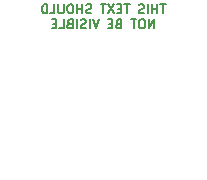
<source format=gbr>
G04 #@! TF.GenerationSoftware,KiCad,Pcbnew,(5.1.10-1-10_14)*
G04 #@! TF.CreationDate,2021-10-23T21:51:13-04:00*
G04 #@! TF.ProjectId,WiiComp,57696943-6f6d-4702-9e6b-696361645f70,1*
G04 #@! TF.SameCoordinates,Original*
G04 #@! TF.FileFunction,Legend,Bot*
G04 #@! TF.FilePolarity,Positive*
%FSLAX46Y46*%
G04 Gerber Fmt 4.6, Leading zero omitted, Abs format (unit mm)*
G04 Created by KiCad (PCBNEW (5.1.10-1-10_14)) date 2021-10-23 21:51:13*
%MOMM*%
%LPD*%
G01*
G04 APERTURE LIST*
%ADD10C,0.127000*%
%ADD11C,0.100000*%
G04 APERTURE END LIST*
D10*
X149479571Y-76527714D02*
X149044142Y-76527714D01*
X149261857Y-77289714D02*
X149261857Y-76527714D01*
X148790142Y-77289714D02*
X148790142Y-76527714D01*
X148790142Y-76890571D02*
X148354714Y-76890571D01*
X148354714Y-77289714D02*
X148354714Y-76527714D01*
X147991857Y-77289714D02*
X147991857Y-76527714D01*
X147665285Y-77253428D02*
X147556428Y-77289714D01*
X147375000Y-77289714D01*
X147302428Y-77253428D01*
X147266142Y-77217142D01*
X147229857Y-77144571D01*
X147229857Y-77072000D01*
X147266142Y-76999428D01*
X147302428Y-76963142D01*
X147375000Y-76926857D01*
X147520142Y-76890571D01*
X147592714Y-76854285D01*
X147629000Y-76818000D01*
X147665285Y-76745428D01*
X147665285Y-76672857D01*
X147629000Y-76600285D01*
X147592714Y-76564000D01*
X147520142Y-76527714D01*
X147338714Y-76527714D01*
X147229857Y-76564000D01*
X146431571Y-76527714D02*
X145996142Y-76527714D01*
X146213857Y-77289714D02*
X146213857Y-76527714D01*
X145742142Y-76890571D02*
X145488142Y-76890571D01*
X145379285Y-77289714D02*
X145742142Y-77289714D01*
X145742142Y-76527714D01*
X145379285Y-76527714D01*
X145125285Y-76527714D02*
X144617285Y-77289714D01*
X144617285Y-76527714D02*
X145125285Y-77289714D01*
X144435857Y-76527714D02*
X144000428Y-76527714D01*
X144218142Y-77289714D02*
X144218142Y-76527714D01*
X143202142Y-77253428D02*
X143093285Y-77289714D01*
X142911857Y-77289714D01*
X142839285Y-77253428D01*
X142803000Y-77217142D01*
X142766714Y-77144571D01*
X142766714Y-77072000D01*
X142803000Y-76999428D01*
X142839285Y-76963142D01*
X142911857Y-76926857D01*
X143057000Y-76890571D01*
X143129571Y-76854285D01*
X143165857Y-76818000D01*
X143202142Y-76745428D01*
X143202142Y-76672857D01*
X143165857Y-76600285D01*
X143129571Y-76564000D01*
X143057000Y-76527714D01*
X142875571Y-76527714D01*
X142766714Y-76564000D01*
X142440142Y-77289714D02*
X142440142Y-76527714D01*
X142440142Y-76890571D02*
X142004714Y-76890571D01*
X142004714Y-77289714D02*
X142004714Y-76527714D01*
X141496714Y-76527714D02*
X141351571Y-76527714D01*
X141279000Y-76564000D01*
X141206428Y-76636571D01*
X141170142Y-76781714D01*
X141170142Y-77035714D01*
X141206428Y-77180857D01*
X141279000Y-77253428D01*
X141351571Y-77289714D01*
X141496714Y-77289714D01*
X141569285Y-77253428D01*
X141641857Y-77180857D01*
X141678142Y-77035714D01*
X141678142Y-76781714D01*
X141641857Y-76636571D01*
X141569285Y-76564000D01*
X141496714Y-76527714D01*
X140843571Y-76527714D02*
X140843571Y-77144571D01*
X140807285Y-77217142D01*
X140771000Y-77253428D01*
X140698428Y-77289714D01*
X140553285Y-77289714D01*
X140480714Y-77253428D01*
X140444428Y-77217142D01*
X140408142Y-77144571D01*
X140408142Y-76527714D01*
X139682428Y-77289714D02*
X140045285Y-77289714D01*
X140045285Y-76527714D01*
X139428428Y-77289714D02*
X139428428Y-76527714D01*
X139247000Y-76527714D01*
X139138142Y-76564000D01*
X139065571Y-76636571D01*
X139029285Y-76709142D01*
X138993000Y-76854285D01*
X138993000Y-76963142D01*
X139029285Y-77108285D01*
X139065571Y-77180857D01*
X139138142Y-77253428D01*
X139247000Y-77289714D01*
X139428428Y-77289714D01*
X148499857Y-78559714D02*
X148499857Y-77797714D01*
X148064428Y-78559714D01*
X148064428Y-77797714D01*
X147556428Y-77797714D02*
X147411285Y-77797714D01*
X147338714Y-77834000D01*
X147266142Y-77906571D01*
X147229857Y-78051714D01*
X147229857Y-78305714D01*
X147266142Y-78450857D01*
X147338714Y-78523428D01*
X147411285Y-78559714D01*
X147556428Y-78559714D01*
X147629000Y-78523428D01*
X147701571Y-78450857D01*
X147737857Y-78305714D01*
X147737857Y-78051714D01*
X147701571Y-77906571D01*
X147629000Y-77834000D01*
X147556428Y-77797714D01*
X147012142Y-77797714D02*
X146576714Y-77797714D01*
X146794428Y-78559714D02*
X146794428Y-77797714D01*
X145488142Y-78160571D02*
X145379285Y-78196857D01*
X145343000Y-78233142D01*
X145306714Y-78305714D01*
X145306714Y-78414571D01*
X145343000Y-78487142D01*
X145379285Y-78523428D01*
X145451857Y-78559714D01*
X145742142Y-78559714D01*
X145742142Y-77797714D01*
X145488142Y-77797714D01*
X145415571Y-77834000D01*
X145379285Y-77870285D01*
X145343000Y-77942857D01*
X145343000Y-78015428D01*
X145379285Y-78088000D01*
X145415571Y-78124285D01*
X145488142Y-78160571D01*
X145742142Y-78160571D01*
X144980142Y-78160571D02*
X144726142Y-78160571D01*
X144617285Y-78559714D02*
X144980142Y-78559714D01*
X144980142Y-77797714D01*
X144617285Y-77797714D01*
X143819000Y-77797714D02*
X143565000Y-78559714D01*
X143311000Y-77797714D01*
X143057000Y-78559714D02*
X143057000Y-77797714D01*
X142730428Y-78523428D02*
X142621571Y-78559714D01*
X142440142Y-78559714D01*
X142367571Y-78523428D01*
X142331285Y-78487142D01*
X142295000Y-78414571D01*
X142295000Y-78342000D01*
X142331285Y-78269428D01*
X142367571Y-78233142D01*
X142440142Y-78196857D01*
X142585285Y-78160571D01*
X142657857Y-78124285D01*
X142694142Y-78088000D01*
X142730428Y-78015428D01*
X142730428Y-77942857D01*
X142694142Y-77870285D01*
X142657857Y-77834000D01*
X142585285Y-77797714D01*
X142403857Y-77797714D01*
X142295000Y-77834000D01*
X141968428Y-78559714D02*
X141968428Y-77797714D01*
X141351571Y-78160571D02*
X141242714Y-78196857D01*
X141206428Y-78233142D01*
X141170142Y-78305714D01*
X141170142Y-78414571D01*
X141206428Y-78487142D01*
X141242714Y-78523428D01*
X141315285Y-78559714D01*
X141605571Y-78559714D01*
X141605571Y-77797714D01*
X141351571Y-77797714D01*
X141279000Y-77834000D01*
X141242714Y-77870285D01*
X141206428Y-77942857D01*
X141206428Y-78015428D01*
X141242714Y-78088000D01*
X141279000Y-78124285D01*
X141351571Y-78160571D01*
X141605571Y-78160571D01*
X140480714Y-78559714D02*
X140843571Y-78559714D01*
X140843571Y-77797714D01*
X140226714Y-78160571D02*
X139972714Y-78160571D01*
X139863857Y-78559714D02*
X140226714Y-78559714D01*
X140226714Y-77797714D01*
X139863857Y-77797714D01*
X135940000Y-90970000D02*
X152480000Y-90970000D01*
%LPC*%
D11*
G36*
X153730000Y-92940000D02*
G01*
X134770000Y-92940000D01*
X134770000Y-85890000D01*
X153730000Y-85890000D01*
X153730000Y-92940000D01*
G37*
X153730000Y-92940000D02*
X134770000Y-92940000D01*
X134770000Y-85890000D01*
X153730000Y-85890000D01*
X153730000Y-92940000D01*
G36*
G01*
X150294200Y-82300400D02*
X150294200Y-81499600D01*
G75*
G02*
X150694600Y-81099200I400400J0D01*
G01*
X151495400Y-81099200D01*
G75*
G02*
X151895800Y-81499600I0J-400400D01*
G01*
X151895800Y-82300400D01*
G75*
G02*
X151495400Y-82700800I-400400J0D01*
G01*
X150694600Y-82700800D01*
G75*
G02*
X150294200Y-82300400I0J400400D01*
G01*
G37*
G36*
G01*
X148034200Y-82300400D02*
X148034200Y-81499600D01*
G75*
G02*
X148434600Y-81099200I400400J0D01*
G01*
X149235400Y-81099200D01*
G75*
G02*
X149635800Y-81499600I0J-400400D01*
G01*
X149635800Y-82300400D01*
G75*
G02*
X149235400Y-82700800I-400400J0D01*
G01*
X148434600Y-82700800D01*
G75*
G02*
X148034200Y-82300400I0J400400D01*
G01*
G37*
G36*
G01*
X145774200Y-82300400D02*
X145774200Y-81499600D01*
G75*
G02*
X146174600Y-81099200I400400J0D01*
G01*
X146975400Y-81099200D01*
G75*
G02*
X147375800Y-81499600I0J-400400D01*
G01*
X147375800Y-82300400D01*
G75*
G02*
X146975400Y-82700800I-400400J0D01*
G01*
X146174600Y-82700800D01*
G75*
G02*
X145774200Y-82300400I0J400400D01*
G01*
G37*
G36*
G01*
X140984200Y-82300400D02*
X140984200Y-81499600D01*
G75*
G02*
X141384600Y-81099200I400400J0D01*
G01*
X142185400Y-81099200D01*
G75*
G02*
X142585800Y-81499600I0J-400400D01*
G01*
X142585800Y-82300400D01*
G75*
G02*
X142185400Y-82700800I-400400J0D01*
G01*
X141384600Y-82700800D01*
G75*
G02*
X140984200Y-82300400I0J400400D01*
G01*
G37*
G36*
G01*
X138739200Y-82300400D02*
X138739200Y-81499600D01*
G75*
G02*
X139139600Y-81099200I400400J0D01*
G01*
X139940400Y-81099200D01*
G75*
G02*
X140340800Y-81499600I0J-400400D01*
G01*
X140340800Y-82300400D01*
G75*
G02*
X139940400Y-82700800I-400400J0D01*
G01*
X139139600Y-82700800D01*
G75*
G02*
X138739200Y-82300400I0J400400D01*
G01*
G37*
G36*
G01*
X136494200Y-82300400D02*
X136494200Y-81499600D01*
G75*
G02*
X136894600Y-81099200I400400J0D01*
G01*
X137695400Y-81099200D01*
G75*
G02*
X138095800Y-81499600I0J-400400D01*
G01*
X138095800Y-82300400D01*
G75*
G02*
X137695400Y-82700800I-400400J0D01*
G01*
X136894600Y-82700800D01*
G75*
G02*
X136494200Y-82300400I0J400400D01*
G01*
G37*
G36*
G01*
X136389200Y-90510400D02*
X136389200Y-84209600D01*
G75*
G02*
X136789600Y-83809200I400400J0D01*
G01*
X137590400Y-83809200D01*
G75*
G02*
X137990800Y-84209600I0J-400400D01*
G01*
X137990800Y-90510400D01*
G75*
G02*
X137590400Y-90910800I-400400J0D01*
G01*
X136789600Y-90910800D01*
G75*
G02*
X136389200Y-90510400I0J400400D01*
G01*
G37*
G36*
G01*
X138389200Y-90510400D02*
X138389200Y-84209600D01*
G75*
G02*
X138789600Y-83809200I400400J0D01*
G01*
X139590400Y-83809200D01*
G75*
G02*
X139990800Y-84209600I0J-400400D01*
G01*
X139990800Y-90510400D01*
G75*
G02*
X139590400Y-90910800I-400400J0D01*
G01*
X138789600Y-90910800D01*
G75*
G02*
X138389200Y-90510400I0J400400D01*
G01*
G37*
G36*
G01*
X140389200Y-90510400D02*
X140389200Y-84209600D01*
G75*
G02*
X140789600Y-83809200I400400J0D01*
G01*
X141590400Y-83809200D01*
G75*
G02*
X141990800Y-84209600I0J-400400D01*
G01*
X141990800Y-90510400D01*
G75*
G02*
X141590400Y-90910800I-400400J0D01*
G01*
X140789600Y-90910800D01*
G75*
G02*
X140389200Y-90510400I0J400400D01*
G01*
G37*
G36*
G01*
X142389200Y-90510400D02*
X142389200Y-84209600D01*
G75*
G02*
X142789600Y-83809200I400400J0D01*
G01*
X143590400Y-83809200D01*
G75*
G02*
X143990800Y-84209600I0J-400400D01*
G01*
X143990800Y-90510400D01*
G75*
G02*
X143590400Y-90910800I-400400J0D01*
G01*
X142789600Y-90910800D01*
G75*
G02*
X142389200Y-90510400I0J400400D01*
G01*
G37*
G36*
G01*
X144389200Y-90510400D02*
X144389200Y-84209600D01*
G75*
G02*
X144789600Y-83809200I400400J0D01*
G01*
X145590400Y-83809200D01*
G75*
G02*
X145990800Y-84209600I0J-400400D01*
G01*
X145990800Y-90510400D01*
G75*
G02*
X145590400Y-90910800I-400400J0D01*
G01*
X144789600Y-90910800D01*
G75*
G02*
X144389200Y-90510400I0J400400D01*
G01*
G37*
G36*
G01*
X146389200Y-90510400D02*
X146389200Y-84209600D01*
G75*
G02*
X146789600Y-83809200I400400J0D01*
G01*
X147590400Y-83809200D01*
G75*
G02*
X147990800Y-84209600I0J-400400D01*
G01*
X147990800Y-90510400D01*
G75*
G02*
X147590400Y-90910800I-400400J0D01*
G01*
X146789600Y-90910800D01*
G75*
G02*
X146389200Y-90510400I0J400400D01*
G01*
G37*
G36*
G01*
X148389200Y-90510400D02*
X148389200Y-84209600D01*
G75*
G02*
X148789600Y-83809200I400400J0D01*
G01*
X149590400Y-83809200D01*
G75*
G02*
X149990800Y-84209600I0J-400400D01*
G01*
X149990800Y-90510400D01*
G75*
G02*
X149590400Y-90910800I-400400J0D01*
G01*
X148789600Y-90910800D01*
G75*
G02*
X148389200Y-90510400I0J400400D01*
G01*
G37*
G36*
G01*
X150389200Y-90510400D02*
X150389200Y-84209600D01*
G75*
G02*
X150789600Y-83809200I400400J0D01*
G01*
X151590400Y-83809200D01*
G75*
G02*
X151990800Y-84209600I0J-400400D01*
G01*
X151990800Y-90510400D01*
G75*
G02*
X151590400Y-90910800I-400400J0D01*
G01*
X150789600Y-90910800D01*
G75*
G02*
X150389200Y-90510400I0J400400D01*
G01*
G37*
M02*

</source>
